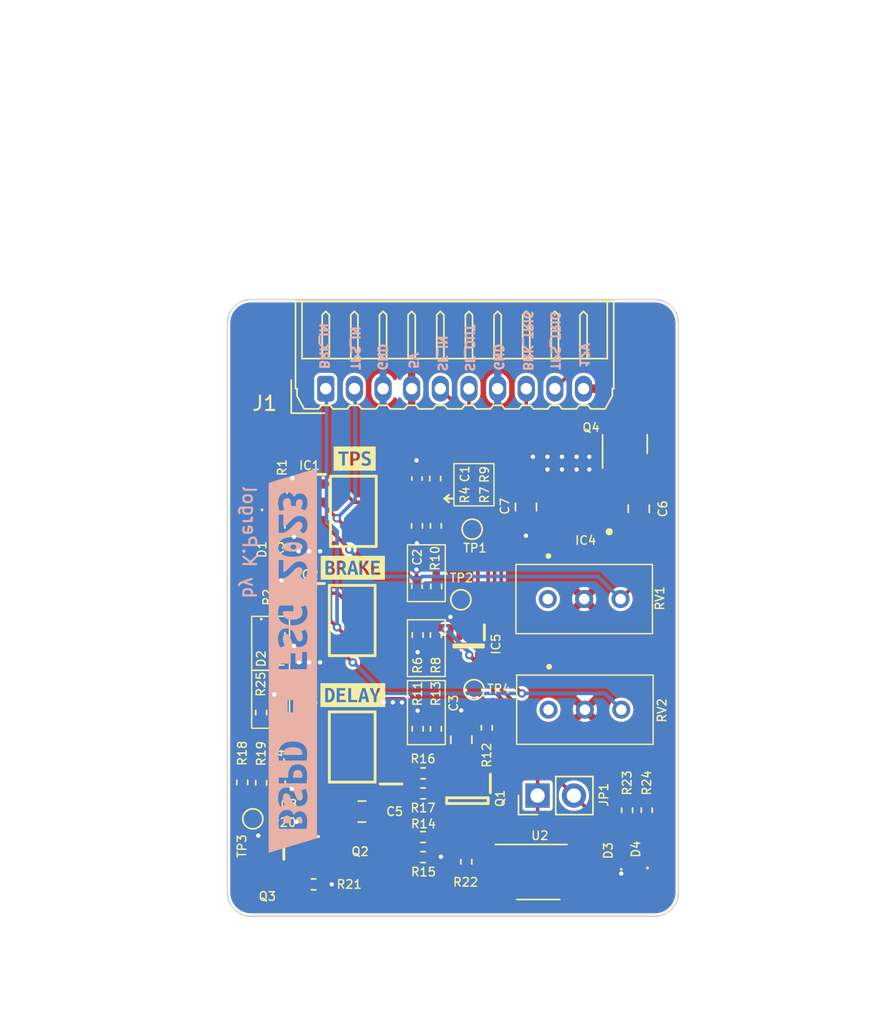
<source format=kicad_pcb>
(kicad_pcb (version 20211014) (generator pcbnew)
  (layers (0 "F.Cu" signal) (31 "B.Cu" signal) (34 "B.Paste" user) (35 "F.Paste" user) (36 "B.SilkS" user "B.Silkscreen") (37 "F.SilkS" user "F.Silkscreen") (38 "B.Mask" user) (39 "F.Mask" user) (44 "Edge.Cuts" user))
  (net 0 "")
  (net 1 "TPS_COMP_OUT")
  (net 2 "TPS_IN")
  (net 3 "GND")
  (net 4 "Net-(IC1-Pad6)")
  (net 5 "+5V")
  (net 6 "BRAKE_COMP_OUT")
  (net 7 "BRAKE_IN")
  (net 8 "+12V")
  (net 9 "SAFETY_IN")
  (net 10 "SAFETY_OUT")
  (net 11 "Net-(C3-Pad1)")
  (net 12 "Net-(C8-Pad2)")
  (net 13 "ERR_CURRENT")
  (net 14 "TPS_TRIG")
  (net 15 "BRAKE_TRIG")
  (net 16 "Net-(IC3-Pad1)")
  (net 17 "Net-(Q1-Pad3)")
  (net 21 "Net-(Q1-Pad1)")
  (net 22 "Net-(IC3-Pad7)")
  (net 23 "Net-(Q2-Pad2)")
  (net 24 "ERR_FINAL")
  (net 25 "Net-(R22-Pad1)")
  (net 26 "INFO_LED")
  (net 27 "/500MS_REF")
  (net 28 "/10s REF")
  (net 29 "/10ms VAL")
  (net 30 "Net-(IC2-Pad6)")
  (net 31 "Net-(C6-Pad1)")
  (net 32 "Net-(D3-Pad2)")
  (net 33 "Net-(D4-Pad2)")
  (footprint "TestPoint:TestPoint_Pad_D1.0mm" (layer "F.Cu") (at 164.6146 113.7666)
    (fp_text reference "TP2")
    (fp_text value "BRK")
  )
  (footprint "Resistor_SMD:R_0402_1005Metric" (layer "F.Cu") (at 149.3492 126.5174 -90)
    (fp_text reference "R18")
    (fp_text value "100")
  )
  (footprint "Resistor_SMD:R_0402_1005Metric" (layer "F.Cu") (at 176.2224 128.4548 90)
    (fp_text reference "R23")
    (fp_text value "152")
  )
  (footprint "Resistor_SMD:R_0402_1005Metric" (layer "F.Cu") (at 161.973 131.7244)
    (fp_text reference "R15")
    (fp_text value "560k")
  )
  (footprint "Capacitor_SMD:C_0805_2012Metric" (layer "F.Cu") (at 157.7058 128.5494 180)
    (fp_text reference "C5")
    (fp_text value "10uF")
  )
  (footprint "Diode_SMD:D_0402_1005Metric" (layer "F.Cu") (at 150.6768 116.2074 -90)
    (fp_text reference "D2")
    (fp_text value "7V")
  )
  (footprint "Resistor_SMD:R_0402_1005Metric" (layer "F.Cu") (at 161.5508 108.6104 90)
    (fp_text reference "R4")
    (fp_text value "10k")
  )
  (footprint "BSPD_07:POT-3296X1223LF" (layer "F.Cu") (at 173.2252 113.7158 -90)
    (fp_text reference "RV1")
    (fp_text value "20k" hide)
  )
  (footprint "kibuzzard-64754577" (layer "F.Cu") (at 157.0708 120.4214)
    (fp_text reference "kibuzzard-64754577" hide)
    (fp_text value "G***" hide)
  )
  (footprint "BSPD_07:SOIC127P600X175-8N" (layer "F.Cu") (at 157.1058 107.5944)
    (fp_text reference "IC1")
    (fp_text value "LM393LVQDRQ1" hide)
  )
  (footprint "Capacitor_SMD:C_0402_1005Metric" (layer "F.Cu") (at 151.9908 126.5174 90)
    (fp_text reference "C4")
    (fp_text value "0.1uF")
  )
  (footprint "Capacitor_SMD:C_0805_2012Metric" (layer "F.Cu") (at 164.6468 123.5354 90)
    (fp_text reference "C3")
    (fp_text value "10u")
  )
  (footprint "Resistor_SMD:R_0402_1005Metric" (layer "F.Cu") (at 151.9468 116.2304 90)
    (fp_text reference "R5")
    (fp_text value "5k-10k")
  )
  (footprint "Resistor_SMD:R_0402_1005Metric" (layer "F.Cu") (at 166.4248 122.7094 90)
    (fp_text reference "R12")
    (fp_text value "39k")
  )
  (footprint "Resistor_SMD:R_0402_1005Metric" (layer "F.Cu") (at 162.8688 108.6104 90)
    (fp_text reference "R7")
    (fp_text value "200k")
  )
  (footprint "Resistor_SMD:R_0402_1005Metric" (layer "F.Cu") (at 154.3276 129.2606 180)
    (fp_text reference "R20")
    (fp_text value "560k")
  )
  (footprint "Diode_SMD:D_0402_1005Metric_Pad0.77x0.64mm_HandSolder" (layer "F.Cu") (at 177.6448 131.2234 90)
    (fp_text reference "D4")
    (fp_text value "LED")
  )
  (footprint "Diode_SMD:D_0402_1005Metric_Pad0.77x0.64mm_HandSolder" (layer "F.Cu") (at 175.816 131.3113 90)
    (fp_text reference "D3")
    (fp_text value "LED")
  )
  (footprint "Resistor_SMD:R_0402_1005Metric" (layer "F.Cu") (at 161.5988 122.7734 90)
    (fp_text reference "R11")
    (fp_text value "100k")
  )
  (footprint "Resistor_SMD:R_0402_1005Metric" (layer "F.Cu") (at 154.3276 133.6294 180)
    (fp_text reference "R21")
    (fp_text value "2-4")
  )
  (footprint "BSPD_07:SOIC127P600X175-8N" (layer "F.Cu") (at 157.0268 115.2144)
    (fp_text reference "IC2")
    (fp_text value "LM393LVQDRQ1" hide)
  )
  (footprint "BSPD_07:SON95P300X300X90-7N-D" (layer "F.Cu") (at 173.0982 107.4166 180)
    (fp_text reference "IC4")
    (fp_text value "LDO40LPU50RY" hide)
  )
  (footprint "Capacitor_SMD:C_0402_1005Metric" (layer "F.Cu") (at 161.548 112.8522 -90)
    (fp_text reference "C2")
    (fp_text value "0.1uF")
  )
  (footprint "Diode_SMD:D_0402_1005Metric" (layer "F.Cu") (at 150.7276 108.583 -90)
    (fp_text reference "D1")
    (fp_text value "7V")
  )
  (footprint "Capacitor_SMD:C_0805_2012Metric" (layer "F.Cu") (at 177.0352 107.4166 -90)
    (fp_text reference "C6")
    (fp_text value "1uF")
  )
  (footprint "Resistor_SMD:R_0402_1005Metric" (layer "F.Cu") (at 162.8208 105.3084 90)
    (fp_text reference "R9")
    (fp_text value "10k")
  )
  (footprint "BSPD_07:SOT65P212X110-5N" (layer "F.Cu") (at 165.1548 116.9924 -90)
    (fp_text reference "IC5")
    (fp_text value "74LVC1G02GW-Q100H" hide)
  )
  (footprint "BSPD_07:SOIC127P600X175-8N" (layer "F.Cu") (at 157.0268 124.0434 180)
    (fp_text reference "IC3")
    (fp_text value "LM393LVQDRQ1" hide)
  )
  (footprint "TestPoint:TestPoint_Pad_D1.0mm" (layer "F.Cu") (at 165.402 108.839)
    (fp_text reference "TP1")
    (fp_text value "TPS")
  )
  (footprint "Package_SO:MFSOP6-4_4.4x3.6mm_P1.27mm" (layer "F.Cu") (at 170.0248 132.7658)
    (fp_text reference "U2")
    (fp_text value "TLP175A / COMUS AB38-Q")
  )
  (footprint "Resistor_SMD:R_0402_1005Metric" (layer "F.Cu") (at 151.94 121.6406 90)
    (fp_text reference "R26")
    (fp_text value "10k")
  )
  (footprint "Resistor_SMD:R_0402_1005Metric" (layer "F.Cu") (at 162.8942 112.8268 90)
    (fp_text reference "R10")
    (fp_text value "10k")
  )
  (footprint "BSPD_07:POT-3296X1223LF" (layer "F.Cu") (at 173.276 121.4374 -90)
    (fp_text reference "RV2")
    (fp_text value "20k" hide)
  )
  (footprint "Resistor_SMD:R_0402_1005Metric" (layer "F.Cu") (at 161.9798 125.8824)
    (fp_text reference "R16")
    (fp_text value "100")
  )
  (footprint "TestPoint:TestPoint_Pad_D1.0mm" (layer "F.Cu") (at 150.0858 129.0574)
    (fp_text reference "TP3")
    (fp_text value "ERR_FINAL")
  )
  (footprint "Resistor_SMD:R_0402_1005Metric" (layer "F.Cu") (at 161.973 130.3274 180)
    (fp_text reference "R14")
    (fp_text value "5")
  )
  (footprint "Resistor_SMD:R_0402_1005Metric" (layer "F.Cu") (at 162.8688 116.2304 90)
    (fp_text reference "R8")
    (fp_text value "200k")
  )
  (footprint "Capacitor_SMD:C_0805_2012Metric" (layer "F.Cu") (at 169.1612 107.2896 -90)
    (fp_text reference "C7")
    (fp_text value "4.7uF")
  )
  (footprint "Resistor_SMD:R_0402_1005Metric" (layer "F.Cu") (at 152.0416 113.5614 -90)
    (fp_text reference "R2")
    (fp_text value "100k")
  )
  (footprint "Resistor_SMD:R_0402_1005Metric" (layer "F.Cu") (at 150.67 126.5428 -90)
    (fp_text reference "R19")
    (fp_text value "10k")
  )
  (footprint "Resistor_SMD:R_0402_1005Metric" (layer "F.Cu") (at 151.9468 108.6084 90)
    (fp_text reference "R3")
    (fp_text value "5k-10k")
  )
  (footprint "Resistor_SMD:R_0402_1005Metric" (layer "F.Cu") (at 164.9956 132.0546 -90)
    (fp_text reference "R22")
    (fp_text value "1k")
  )
  (footprint "Connector_PinHeader_2.54mm:PinHeader_1x02_P2.54mm_Vertical" (layer "F.Cu") (at 169.969 127.4318 90)
    (fp_text reference "JP1")
    (fp_text value "Jumper_2_Open")
  )
  (footprint "kibuzzard-6475455D" (layer "F.Cu") (at 157.1978 103.9114)
    (fp_text reference "kibuzzard-6475455D" hide)
    (fp_text value "G***" hide)
  )
  (footprint "Resistor_SMD:R_0402_1005Metric" (layer "F.Cu") (at 150.67 121.6406 -90)
    (fp_text reference "R25")
    (fp_text value "39k")
  )
  (footprint "Resistor_SMD:R_0402_1005Metric" (layer "F.Cu") (at 152.0924 106.1954 -90)
    (fp_text reference "R1")
    (fp_text value "100k")
  )
  (footprint "TestPoint:TestPoint_Pad_D1.0mm" (layer "F.Cu") (at 165.5358 120.0404)
    (fp_text reference "TP4")
    (fp_text value "CUR")
  )
  (footprint "Resistor_SMD:R_0402_1005Metric" (layer "F.Cu") (at 177.594 128.4548 90)
    (fp_text reference "R24")
    (fp_text value "145")
  )
  (footprint "Resistor_SMD:R_0402_1005Metric" (layer "F.Cu") (at 161.5988 116.2304 90)
    (fp_text reference "R6")
    (fp_text value "10k")
  )
  (footprint "Capacitor_SMD:C_0402_1005Metric" (layer "F.Cu") (at 161.5508 105.3084 -90)
    (fp_text reference "C1")
    (fp_text value "0.1uF")
  )
  (footprint "BSPD_07:SOT95P280X100-6N" (layer "F.Cu") (at 165.0718 127.7874 -90)
    (fp_text reference "Q1")
    (fp_text value "RSQ025P03HZGTR" hide)
  )
  (footprint "kibuzzard-647616BB" (layer "F.Cu") (at 157.0708 111.5314)
    (fp_text reference "kibuzzard-647616BB" hide)
    (fp_text value "G***" hide)
  )
  (footprint "BSPD_07:SOT65P210X100-3N" (layer "F.Cu") (at 151.1018 132.2324 -90)
    (fp_text reference "Q3")
    (fp_text value "RJU002N06FRAT106" hide)
  )
  (footprint "Package_TO_SOT_SMD:SOT-23" (layer "F.Cu") (at 176.07 102.8954 90)
    (fp_text reference "Q4")
    (fp_text value "AO3401A")
  )
  (footprint "Resistor_SMD:R_0402_1005Metric" (layer "F.Cu") (at 162.8688 122.7734 90)
    (fp_text reference "R13")
    (fp_text value "39k")
  )
  (footprint "Capacitor_SMD:C_0402_1005Metric" (layer "F.Cu") (at 154.3276 127.9906)
    (fp_text reference "C8")
    (fp_text value "0.1u")
  )
  (footprint "Resistor_SMD:R_0402_1005Metric" (layer "F.Cu") (at 161.973 127.2794)
    (fp_text reference "R17")
    (fp_text value "10k")
  )
  (footprint "BSPD_07:SOT65P210X100-3N" (layer "F.Cu") (at 155.0388 131.445)
    (fp_text reference "Q2")
    (fp_text value "RJU002N06FRAT106" hide)
  )
  (footprint "Connector_Molex:Molex_Micro-Latch_53254-1070_1x10_P2.00mm_Horizontal" (layer "F.Cu") (at 155.18 99.0346)
    (fp_text reference "J1")
    (fp_text value "Conn_01x10_Male")
  )
  (footprint "kibuzzard-6475F124" (layer "B.Cu") (at 152.8798 118.0084 90)
    (fp_text reference "kibuzzard-6475F124" hide)
    (fp_text value "G***" hide)
  )
  (gr_line (start 163.4716 106.7054) (end 163.7764 106.9594) (layer "F.SilkS") (width 0.15))
  (gr_line (start 163.7764 106.4514) (end 163.4716 106.7054) (layer "F.SilkS") (width 0.15))
  (gr_line (start 164.0812 106.7054) (end 163.4716 106.7054) (layer "F.SilkS") (width 0.15))
  (gr_rect (start 160.8808 109.9312) (end 163.5224 113.8936) (layer "F.SilkS") (width 0.1) (fill none))
  (gr_rect (start 164.132 104.267) (end 166.926 107.2134) (layer "F.SilkS") (width 0.1) (fill none))
  (gr_rect (start 150.0096 114.9223) (end 152.6512 118.6815) (layer "F.SilkS") (width 0.1) (fill none))
  (gr_rect (start 160.8808 119.4054) (end 163.5224 123.8758) (layer "F.SilkS") (width 0.1) (fill none))
  (gr_rect (start 160.8808 115.1636) (end 163.5224 119.126) (layer "F.SilkS") (width 0.1) (fill none))
  (gr_rect (start 150.0096 118.6942) (end 152.6512 122.7328) (layer "F.SilkS") (width 0.1) (fill none))
  (gr_arc (start 148.3078 94.4626) (mid 148.791367 93.295167) (end 149.9588 92.8116) (layer "Edge.Cuts") (width 0.1))
  (gr_arc (start 178.1528 92.8116) (mid 179.320233 93.295167) (end 179.8038 94.4626) (layer "Edge.Cuts") (width 0.1))
  (gr_line (start 178.1528 92.8116) (end 149.9588 92.8116) (layer "Edge.Cuts") (width 0.1))
  (gr_arc (start 179.8038 134.2009) (mid 179.320233 135.368333) (end 178.1528 135.8519) (layer "Edge.Cuts") (width 0.1))
  (gr_arc (start 149.9588 135.8519) (mid 148.791367 135.368333) (end 148.3078 134.2009) (layer "Edge.Cuts") (width 0.1))
  (gr_line (start 149.9588 135.8519) (end 178.1528 135.8519) (layer "Edge.Cuts") (width 0.1))
  (gr_line (start 148.3078 94.4626) (end 148.3078 134.2009) (layer "Edge.Cuts") (width 0.1))
  (gr_line (start 179.8038 94.4626) (end 179.8038 134.2009) (layer "Edge.Cuts") (width 0.1))
  (gr_text "BRK_IN" (at 155.0642 96.0628 270) (layer "B.SilkS") (effects (font (size 0.6 0.6)) (justify mirror)))
  (gr_text "BRK_TRIG" (at 169.2882 95.6818 270) (layer "B.SilkS") (effects (font (size 0.6 0.6)) (justify mirror)))
  (gr_text "by K.Pergol" (at 149.8318 109.7534 -90) (layer "B.SilkS") (effects (font (size 0.9 0.9)) (justify mirror)))
  (gr_text "12V" (at 173.2252 96.6978 270) (layer "B.SilkS") (effects (font (size 0.6 0.6)) (justify mirror)))
  (gr_text "TPS_IN" (at 157.2232 96.1898 270) (layer "B.SilkS") (effects (font (size 0.6 0.6)) (justify mirror)))
  (gr_text "SF_OUT" (at 165.2242 96.1898 270) (layer "B.SilkS") (effects (font (size 0.6 0.6)) (justify mirror)))
  (gr_text "SF_IN" (at 163.3192 96.5708 270) (layer "B.SilkS") (effects (font (size 0.6 0.6)) (justify mirror)))
  (gr_text "GND" (at 159.1282 96.8248 270) (layer "B.SilkS") (effects (font (size 0.6 0.6)) (justify mirror)))
  (gr_text "TPS_TRIG" (at 171.1932 95.6818 270) (layer "B.SilkS") (effects (font (size 0.6 0.6)) (justify mirror)))
  (gr_text "5V" (at 161.2872 97.0788 270) (layer "B.SilkS") (effects (font (size 0.6 0.6)) (justify mirror)))
  (gr_text "GND" (at 167.2562 96.8248 270) (layer "B.SilkS") (effects (font (size 0.6 0.6)) (justify mirror)))
  (segment (start 165.3004 108.839) (end 165.402 108.839) (width 0.254) (layer "F.Cu") (net 1))
  (segment (start 162.7604 105.8788) (end 162.7604 106.6546) (width 0.254) (layer "F.Cu") (net 1))
  (segment (start 154.3948 105.6894) (end 155.8838 105.6894) (width 0.254) (layer "F.Cu") (net 1))
  (segment (start 162.7604 106.6546) (end 163.0652 106.9594) (width 0.254) (layer "F.Cu") (net 1))
  (segment (start 165.8048 109.2418) (end 165.8048 116.0424) (width 0.254) (layer "F.Cu") (net 1))
  (segment (start 162.4048 106.9594) (end 162.7604 106.9594) (width 0.254) (layer "F.Cu") (net 1))
  (segment (start 162.7604 106.6546) (end 162.7604 106.9594) (width 0.254) (layer "F.Cu") (net 1))
  (segment (start 157.1538 106.9594) (end 159.8168 106.9594) (width 0.254) (layer "F.Cu") (net 1))
  (segment (start 163.4208 106.9594) (end 165.3004 108.839) (width 0.254) (layer "F.Cu") (net 1))
  (segment (start 162.7604 106.9594) (end 163.4208 106.9594) (width 0.254) (layer "F.Cu") (net 1))
  (segment (start 162.7604 106.6546) (end 162.4556 106.9594) (width 0.254) (layer "F.Cu") (net 1))
  (segment (start 162.8208 105.8184) (end 162.7604 105.8788) (width 0.254) (layer "F.Cu") (net 1))
  (segment (start 162.4556 106.9594) (end 162.4048 106.9594) (width 0.254) (layer "F.Cu") (net 1))
  (segment (start 165.402 108.839) (end 165.8048 109.2418) (width 0.254) (layer "F.Cu") (net 1))
  (segment (start 159.8168 106.9594) (end 162.4048 106.9594) (width 0.254) (layer "F.Cu") (net 1))
  (segment (start 155.8838 105.6894) (end 157.1538 106.9594) (width 0.254) (layer "F.Cu") (net 1))
  (segment (start 152.3464 106.9594) (end 152.0924 106.7054) (width 0.254) (layer "F.Cu") (net 2))
  (segment (start 150.7276 108.098) (end 150.7276 108.0702) (width 0.254) (layer "F.Cu") (net 2))
  (segment (start 154.3948 106.9594) (end 152.3464 106.9594) (width 0.254) (layer "F.Cu") (net 2))
  (segment (start 157.3738 109.4994) (end 159.8168 109.4994) (width 0.254) (layer "F.Cu") (net 2))
  (segment (start 150.7276 108.0702) (end 152.0924 106.7054) (width 0.254) (layer "F.Cu") (net 2))
  (segment (start 155.9523 108.0779) (end 157.3738 109.4994) (width 0.254) (layer "F.Cu") (net 2))
  (segment (start 154.8338 106.9594) (end 155.9523 108.0779) (width 0.254) (layer "F.Cu") (net 2))
  (via (at 155.9523 108.0779) (size 0.6) (drill 0.3) (layers "F.Cu" "B.Cu") (net 2))
  (segment (start 155.9523 108.0779) (end 157.2336 106.7966) (width 0.254) (layer "B.Cu") (net 2))
  (segment (start 157.2336 106.7966) (end 157.2336 99.0882) (width 0.254) (layer "B.Cu") (net 2))
  (segment (start 157.2336 99.0882) (end 157.18 99.0346) (width 0.254) (layer "B.Cu") (net 2))
  (segment (start 161.592 104.1146) (end 161.592 104.7872) (width 0.254) (layer "F.Cu") (net 3))
  (segment (start 175.816 132.8744) (end 175.816 131.8838) (width 0.254) (layer "F.Cu") (net 3))
  (segment (start 152.9628 109.3724) (end 152.7088 109.1184) (width 0.254) (layer "F.Cu") (net 3))
  (segment (start 150.7276 109.068) (end 151.8964 109.068) (width 0.254) (layer "F.Cu") (net 3))
  (segment (start 154.3948 109.4994) (end 153.0898 109.4994) (width 0.254) (layer "F.Cu") (net 3))
  (segment (start 153.1338 129.2606) (end 153.8176 129.2606) (width 0.254) (layer "F.Cu") (net 3))
  (segment (start 151.94 121.1306) (end 151.94 120.7262) (width 0.254) (layer "F.Cu") (net 3))
  (segment (start 151.94 120.7262) (end 151.5844 120.3706) (width 0.254) (layer "F.Cu") (net 3))
  (segment (start 161.5158 111.6584) (end 161.5158 112.34) (width 0.254) (layer "F.Cu") (net 3))
  (segment (start 152.0856 113.0074) (end 152.0416 113.0514) (width 0.254) (layer "F.Cu") (net 3))
  (segment (start 154.3158 117.1194) (end 153.0898 117.1194) (width 0.254) (layer "F.Cu") (net 3))
  (segment (start 161.5988 117.3158) (end 161.5988 116.7404) (width 0.254) (layer "F.Cu") (net 3))
  (segment (start 150.4518 130.2408) (end 150.4518 131.3324) (width 0.254) (layer "F.Cu") (net 3))
  (segment (start 161.5158 112.34) (end 161.548 112.3722) (width 0.254) (layer "F.Cu") (net 3))
  (segment (start 152.829 105.6854) (end 152.0924 105.6854) (width 0.254) (layer "F.Cu") (net 3))
  (segment (start 163.1942 131.7244) (end 162.483 131.7244) (width 0.254) (layer "F.Cu") (net 3))
  (segment (start 161.592 122.2566) (end 161.5988 122.2634) (width 0.254) (layer "F.Cu") (net 3))
  (segment (start 150.4668 130.2258) (end 150.4518 130.2408) (width 0.254) (layer "F.Cu") (net 3))
  (segment (start 150.6768 116.6924) (end 151.8988 116.6924) (width 0.254) (layer "F.Cu") (net 3))
  (segment (start 161.592 104.7872) (end 161.5508 104.8284) (width 0.254) (layer "F.Cu") (net 3))
  (segment (start 153.0898 109.4994) (end 152.9628 109.3724) (width 0.254) (layer "F.Cu") (net 3))
  (segment (start 152.7088 109.1184) (end 151.9468 109.1184) (width 0.254) (layer "F.Cu") (net 3))
  (segment (start 169.1612 109.2962) (end 169.1612 108.2396) (width 0.254) (layer "F.Cu") (net 3))
  (segment (start 153.0898 117.1194) (end 152.9628 116.9924) (width 0.254) (layer "F.Cu") (net 3))
  (segment (start 161.592 121.5034) (end 161.592 122.2566) (width 0.254) (layer "F.Cu") (net 3))
  (segment (start 152.8036 126.9746) (end 152.7808 126.9974) (width 0.254) (layer "F.Cu") (net 3))
  (segment (start 150.6768 116.6924) (end 150.6768 116.7384) (width 0.254) (layer "F.Cu") (net 3))
  (segment (start 151.8964 109.068) (end 151.9468 109.1184) (width 0.254) (layer "F.Cu") (net 3))
  (segment (start 155.5976 133.6294) (end 154.8376 133.6294) (width 0.254) (layer "F.Cu") (net 3))
  (segment (start 164.5048 115.5804) (end 163.8848 114.9604) (width 0.254) (layer "F.Cu") (net 3))
  (segment (start 161.592 117.3226) (end 161.5988 117.3158) (width 0.254) (layer "F.Cu") (net 3))
  (segment (start 161.5412 109.8296) (end 161.5508 109.82) (width 0.254) (layer "F.Cu") (net 3))
  (segment (start 151.9468 116.7404) (end 152.7108 116.7404) (width 0.254) (layer "F.Cu") (net 3))
  (segment (start 164.6468 121.495) (end 164.6468 122.5854) (width 0.254) (layer "F.Cu") (net 3))
  (segment (start 152.7108 116.7404) (end 152.9628 116.9924) (width 0.254) (layer "F.Cu") (net 3))
  (segment (start 164.5048 116.0424) (end 164.5048 115.5804) (width 0.254) (layer "F.Cu") (net 3))
  (segment (start 164.64 121.4882) (end 164.6468 121.495) (width 0.254) (layer "F.Cu") (net 3))
  (segment (start 152.0856 112.4184) (end 152.0856 113.0074) (width 0.254) (layer "F.Cu") (net 3))
  (segment (start 161.5508 109.82) (end 161.5508 109.1204) (width 0.254) (layer "F.Cu") (net 3))
  (segment (start 152.8544 105.66) (end 152.829 105.6854) (width 0.254) (layer "F.Cu") (net 3))
  (segment (start 152.7808 126.9974) (end 151.9908 126.9974) (width 0.254) (layer "F.Cu") (net 3))
  (segment (start 151.8988 116.6924) (end 151.9468 116.7404) (width 0.254) (layer "F.Cu") (net 3))
  (segment (start 163.2196 131.699) (end 163.1942 131.7244) (width 0.254) (layer "F.Cu") (net 3))
  (via (at 161.592 121.5034) (size 0.6) (drill 0.3) (layers "F.Cu" "B.Cu") (net 3))
  (via (at 154.0228 110.3884) (size 0.6) (drill 0.3) (layers "F.Cu" "B.Cu") (net 3))
  (via (at 153.2862 110.3884) (size 0.6) (drill 0.3) (layers "F.Cu" "B.Cu") (net 3))
  (via (at 160.4998 120.9294) (size 0.6) (drill 0.3) (layers "F.Cu" "B.Cu") (net 3))
  (via (at 152.8544 105.283) (size 0.6) (drill 0.3) (layers "F.Cu" "B.Cu") (net 3))
  (via (at 171.6758 103.7844) (size 0.6) (drill 0.3) (layers "F.Cu" "B.Cu") (net 3))
  (via (at 151.5844 120.3706) (size 0.6) (drill 0.3) (layers "F.Cu" "B.Cu") (net 3))
  (via (at 161.592 117.4242) (size 0.6) (drill 0.3) (layers "F.Cu" "B.Cu") (net 3))
  (via (at 159.2298 120.9294) (size 0.6) (drill 0.3) (layers "F.Cu" "B.Cu") (net 3))
  (via (at 155.5976 133.6294) (size 0.6) (drill 0.3) (layers "F.Cu" "B.Cu") (net 3))
  (via (at 173.5808 104.6734) (size 0.6) (drill 0.3) (layers "F.Cu" "B.Cu") (net 3))
  (via (at 159.8648 120.9294) (size 0.6) (drill 0.3) (layers "F.Cu" "B.Cu") (net 3))
  (via (at 153.3116 118.1354) (size 0.6) (drill 0.3) (layers "F.Cu" "B.Cu") (net 3))
  (via (at 150.4668 130.2258) (size 0.6) (drill 0.3) (layers "F.Cu" "B.Cu") (net 3))
  (via (at 152.8036 126.9746) (size 0.6) (drill 0.3) (layers "F.Cu" "B.Cu") (net 3))
  (via (at 169.1612 109.2962) (size 0.6) (drill 0.3) (layers "F.Cu" "B.Cu") (net 3))
  (via (at 175.816 132.8744) (size 0.6) (drill 0.3) (layers "F.Cu" "B.Cu") (net 3))
  (via (at 169.6438 103.7844) (size 0.6) (drill 0.3) (layers "F.Cu" "B.Cu") (net 3))
  (via (at 152.9628 109.3724) (size 0.6) (drill 0.3) (layers "F.Cu" "B.Cu") (net 3))
  (via (at 154.7848 110.3884) (size 0.6) (drill 0.3) (layers "F.Cu" "B.Cu") (net 3))
  (via (at 172.6918 103.7844) (size 0.6) (drill 0.3) (layers "F.Cu" "B.Cu") (net 3))
  (via (at 172.6918 104.6734) (size 0.6) (drill 0.3) (layers "F.Cu" "B.Cu") (net 3))
  (via (at 153.1338 129.2606) (size 0.6) (drill 0.3) (layers "F.Cu" "B.Cu") (net 3))
  (via (at 173.5808 103.7844) (size 0.6) (drill 0.3) (layers "F.Cu" "B.Cu") (net 3))
  (via (at 152.0856 112.4184) (size 0.6) (drill 0.3) (layers "F.Cu" "B.Cu") (net 3))
  (via (at 163.8848 114.9604) (size 0.6) (drill 0.3) (layers "F.Cu" "B.Cu") (net 3))
  (via (at 154.7848 118.1354) (size 0.6) (drill 0.3) (layers "F.Cu" "B.Cu") (net 3))
  (via (at 154.0228 118.1354) (size 0.6) (drill 0.3) (layers "F.Cu" "B.Cu") (net 3))
  (via (at 161.5412 109.8296) (size 0.6) (drill 0.3) (layers "F.Cu" "B.Cu") (net 3))
  (via (at 161.5158 104.0384) (size 0.6) (drill 0.3) (layers "F.Cu" "B.Cu") (net 3))
  (via (at 170.6598 104.6734) (size 0.6) (drill 0.3) (layers "F.Cu" "B.Cu") (net 3))
  (via (at 152.9628 116.9924) (size 0.6) (drill 0.3) (layers "F.Cu" "B.Cu") (net 3))
  (via (at 161.5158 111.6584) (size 0.6) (drill 0.3) (layers "F.Cu" "B.Cu") (net 3))
  (via (at 164.64 121.4882) (size 0.6) (drill 0.3) (layers "F.Cu" "B.Cu") (net 3))
  (via (at 163.2196 131.699) (size 0.6) (drill 0.3) (layers "F.Cu" "B.Cu") (net 3))
  (via (at 171.6758 104.6734) (size 0.6) (drill 0.3) (layers "F.Cu" "B.Cu") (net 3))
  (via (at 170.6598 103.7844) (size 0.6) (drill 0.3) (layers "F.Cu" "B.Cu") (net 3))
  (segment (start 161.5508 108.1004) (end 161.8488 108.1004) (width 0.254) (layer "F.Cu") (net 4))
  (segment (start 159.8168 108.2294) (end 161.4218 108.2294) (width 0.254) (layer "F.Cu") (net 4))
  (segment (start 161.8488 108.1004) (end 162.8688 109.1204) (width 0.254) (layer "F.Cu") (net 4))
  (segment (start 161.4218 108.2294) (end 161.5508 108.1004) (width 0.254) (layer "F.Cu") (net 4))
  (segment (start 163.5478 115.7986) (end 162.947 115.7986) (width 0.3) (layer "F.Cu") (net 5))
  (segment (start 151.9908 126.0374) (end 154.2268 126.0374) (width 0.254) (layer "F.Cu") (net 5))
  (segment (start 161.548 113.3322) (end 161.8788 113.3322) (width 0.254) (layer "F.Cu") (net 5))
  (segment (start 165.519302 117.9424) (end 165.204302 117.6274) (width 0.3) (layer "F.Cu") (net 5))
  (segment (start 165.8048 117.9424) (end 165.519302 117.9424) (width 0.3) (layer "F.Cu") (net 5))
  (segment (start 161.8788 113.3322) (end 162.8942 112.3168) (width 0.254) (layer "F.Cu") (net 5))
  (segment (start 169.1612 106.3396) (end 169.2984 106.4768) (width 0.254) (layer "F.Cu") (net 5))
  (segment (start 159.7378 113.3094) (end 161.5252 113.3094) (width 0.254) (layer "F.Cu") (net 5))
  (segment (start 154.2268 126.0374) (end 154.3158 125.9484) (width 0.254) (layer "F.Cu") (net 5))
  (segment (start 171.6482 106.6016) (end 171.6482 107.4166) (width 0.254) (layer "F.Cu") (net 5))
  (segment (start 169.2984 106.4768) (end 171.5234 106.4768) (width 0.254) (layer "F.Cu") (net 5))
  (segment (start 171.5234 106.4768) (end 171.6482 106.6016) (width 0.254) (layer "F.Cu") (net 5))
  (segment (start 162.947 115.7986) (end 162.8688 115.7204) (width 0.3) (layer "F.Cu") (net 5))
  (segment (start 161.5252 113.3094) (end 161.548 113.3322) (width 0.254) (layer "F.Cu") (net 5))
  (via (at 165.204302 117.6274) (size 0.6) (drill 0.3) (layers "F.Cu" "B.Cu") (net 5))
  (via (at 163.5478 115.7986) (size 0.6) (drill 0.3) (layers "F.Cu" "B.Cu") (net 5))
  (segment (start 165.204302 117.455102) (end 163.5478 115.7986) (width 0.3) (layer "B.Cu") (net 5))
  (segment (start 165.204302 117.6274) (end 165.204302 117.455102) (width 0.3) (layer "B.Cu") (net 5))
  (segment (start 162.8942 113.9512) (end 162.7096 114.1358) (width 0.254) (layer "F.Cu") (net 6))
  (segment (start 161.2872 114.5794) (end 159.7378 114.5794) (width 0.254) (layer "F.Cu") (net 6))
  (segment (start 162.9636 114.2238) (end 163.2176 114.2238) (width 0.254) (layer "F.Cu") (net 6))
  (segment (start 164.1134 114.2238) (end 164.6468 113.6904) (width 0.254) (layer "F.Cu") (net 6))
  (segment (start 154.3158 113.3094) (end 156.0294 113.3094) (width 0.254) (layer "F.Cu") (net 6))
  (segment (start 163.1668 114.2238) (end 163.2176 114.2238) (width 0.254) (layer "F.Cu") (net 6))
  (segment (start 165.1548 114.1984) (end 164.6468 113.6904) (width 0.254) (layer "F.Cu") (net 6))
  (segment (start 162.7096 114.2238) (end 162.9636 114.2238) (width 0.254) (layer "F.Cu") (net 6))
  (segment (start 156.0294 113.3094) (end 157.2994 114.5794) (width 0.254) (layer "F.Cu") (net 6))
  (segment (start 162.7096 114.2238) (end 161.6428 114.2238) (width 0.254) (layer "F.Cu") (net 6))
  (segment (start 161.6428 114.2238) (end 161.2872 114.5794) (width 0.254) (layer "F.Cu") (net 6))
  (segment (start 163.3192 114.2238) (end 164.1134 114.2238) (width 0.254) (layer "F.Cu") (net 6))
  (segment (start 162.8942 113.3368) (end 162.8942 113.9512) (width 0.254) (layer "F.Cu") (net 6))
  (segment (start 165.1548 116.0424) (end 165.1548 114.1984) (width 0.254) (layer "F.Cu") (net 6))
  (segment (start 162.7096 114.1358) (end 162.7096 114.2238) (width 0.254) (layer "F.Cu") (net 6))
  (segment (start 163.2176 114.2238) (end 163.3192 114.2238) (width 0.254) (layer "F.Cu") (net 6))
  (segment (start 157.2994 114.5794) (end 159.7378 114.5794) (width 0.254) (layer "F.Cu") (net 6))
  (segment (start 162.8942 113.9512) (end 163.1668 114.2238) (width 0.254) (layer "F.Cu") (net 6))
  (segment (start 163.2176 114.2238) (end 163.0788 114.2238) (width 0.254) (layer "F.Cu") (net 6))
  (segment (start 162.8942 114.1544) (end 162.9636 114.2238) (width 0.254) (layer "F.Cu") (net 6))
  (segment (start 154.8678 114.5794) (end 155.9693 115.6809) (width 0.254) (layer "F.Cu") (net 7))
  (segment (start 152.5496 114.5794) (end 152.0416 114.0714) (width 0.254) (layer "F.Cu") (net 7))
  (segment (start 154.3158 114.5794) (end 154.8678 114.5794) (width 0.254) (layer "F.Cu") (net 7))
  (segment (start 152.0416 114.0714) (end 150.6768 115.4362) (width 0.254) (layer "F.Cu") (net 7))
  (segment (start 154.3158 114.5794) (end 152.5496 114.5794) (width 0.254) (layer "F.Cu") (net 7))
  (segment (start 150.6768 115.7224) (end 150.6768 115.3854) (width 0.254) (layer "F.Cu") (net 7))
  (segment (start 155.9693 115.6809) (end 157.4078 117.1194) (width 0.254) (layer "F.Cu") (net 7))
  (segment (start 150.6768 115.4362) (end 150.6768 115.7224) (width 0.254) (layer "F.Cu") (net 7))
  (segment (start 157.4078 117.1194) (end 159.7378 117.1194) (width 0.254) (layer "F.Cu") (net 7))
  (via (at 155.9693 115.6809) (size 0.6) (drill 0.3) (layers "F.Cu" "B.Cu") (net 7))
  (segment (start 155.2336 108.245912) (end 155.2336 99.0882) (width 0.254) (layer "B.Cu") (net 7))
  (segment (start 155.9693 115.6809) (end 155.9693 108.981612) (width 0.254) (layer "B.Cu") (net 7))
  (segment (start 155.2336 99.0882) (end 155.18 99.0346) (width 0.254) (layer "B.Cu") (net 7))
  (segment (start 155.9693 108.981612) (end 155.2336 108.245912) (width 0.254) (layer "B.Cu") (net 7))
  (segment (start 176.07 101.9579) (end 176.07 100.9142) (width 0.6) (layer "F.Cu") (net 8))
  (segment (start 174.1904 99.0346) (end 173.18 99.0346) (width 0.6) (layer "F.Cu") (net 8))
  (segment (start 176.07 100.9142) (end 174.1904 99.0346) (width 0.6) (layer "F.Cu") (net 8))
  (segment (start 169.969 127.4318) (end 169.969 128.7476) (width 0.254) (layer "F.Cu") (net 9))
  (segment (start 169.969 127.4318) (end 169.969 123.192052) (width 0.254) (layer "F.Cu") (net 9))
  (segment (start 166.5196 119.742652) (end 166.5196 102.3742) (width 0.254) (layer "F.Cu") (net 9))
  (segment (start 169.969 123.192052) (end 166.5196 119.742652) (width 0.254) (layer "F.Cu") (net 9))
  (segment (start 169.969 128.7476) (end 172.7172 131.4958) (width 0.254) (layer "F.Cu") (net 9))
  (segment (start 166.5196 102.3742) (end 163.18 99.0346) (width 0.254) (layer "F.Cu") (net 9))
  (segment (start 172.7172 131.4958) (end 173.1748 131.4958) (width 0.254) (layer "F.Cu") (net 9))
  (segment (start 170.423 123.004) (end 170.423 125.3408) (width 0.254) (layer "F.Cu") (net 10))
  (segment (start 166.9736 119.5546) (end 170.423 123.004) (width 0.254) (layer "F.Cu") (net 10))
  (segment (start 172.509 127.4318) (end 174.292 129.2148) (width 0.254) (layer "F.Cu") (net 10))
  (segment (start 165.18 99.0346) (end 165.18 100.392548) (width 0.254) (layer "F.Cu") (net 10))
  (segment (start 174.292 132.9186) (end 173.1748 134.0358) (width 0.254) (layer "F.Cu") (net 10))
  (segment (start 174.292 129.2148) (end 174.292 132.9186) (width 0.254) (layer "F.Cu") (net 10))
  (segment (start 172.509 127.4268) (end 172.509 127.4318) (width 0.254) (layer "F.Cu") (net 10))
  (segment (start 170.423 125.3408) (end 172.509 127.4268) (width 0.254) (layer "F.Cu") (net 10))
  (segment (start 165.18 100.392548) (end 166.9736 102.186148) (width 0.254) (layer "F.Cu") (net 10))
  (segment (start 166.9736 102.186148) (end 166.9736 119.5546) (width 0.254) (layer "F.Cu") (net 10))
  (segment (start 165.1588 124.4854) (end 166.4248 123.2194) (width 0.254) (layer "F.Cu") (net 11))
  (segment (start 159.7378 124.6784) (end 164.4538 124.6784) (width 0.254) (layer "F.Cu") (net 11))
  (segment (start 165.2228 124.4854) (end 164.6468 124.4854) (width 0.254) (layer "F.Cu") (net 11))
  (segment (start 164.4538 124.6784) (end 164.6468 124.4854) (width 0.254) (layer "F.Cu") (net 11))
  (segment (start 164.6468 124.4854) (end 165.1588 124.4854) (width 0.254) (layer "F.Cu") (net 11))
  (segment (start 154.8076 129.2306) (end 154.8376 129.2606) (width 0.254) (layer "F.Cu") (net 12))
  (segment (start 154.8376 130.0962) (end 154.1388 130.795) (width 0.254) (layer "F.Cu") (net 12))
  (segment (start 154.8076 127.9906) (end 154.8076 129.2306) (width 0.254) (layer "F.Cu") (net 12))
  (segment (start 154.8376 129.2606) (end 154.8376 130.0962) (width 0.254) (layer "F.Cu") (net 12))
  (segment (start 165.5358 120.0404) (end 166.4248 120.9294) (width 0.254) (layer "F.Cu") (net 13))
  (segment (start 164.5048 119.0094) (end 165.5358 120.0404) (width 0.254) (layer "F.Cu") (net 13))
  (segment (start 166.4248 120.9294) (end 166.4248 122.1994) (width 0.254) (layer "F.Cu") (net 13))
  (segment (start 164.5048 117.9424) (end 164.5048 119.0094) (width 0.254) (layer "F.Cu") (net 13))
  (segment (start 156.8168 110.2124) (end 154.8338 108.2294) (width 0.254) (layer "F.Cu") (net 14))
  (segment (start 178.4608 100.7142) (end 175.5542 97.8076) (width 0.254) (layer "F.Cu") (net 14))
  (segment (start 156.8168 110.2614) (end 156.8168 110.2124) (width 0.254) (layer "F.Cu") (net 14))
  (segment (start 175.5542 97.8076) (end 172.407 97.8076) (width 0.254) (layer "F.Cu") (net 14))
  (segment (start 154.8338 108.2294) (end 154.3948 108.2294) (width 0.254) (layer "F.Cu") (net 14))
  (segment (start 152.0778 108.2294) (end 154.3948 108.2294) (width 0.254) (layer "F.Cu") (net 14))
  (segment (start 172.407 97.8076) (end 171.18 99.0346) (width 0.254) (layer "F.Cu") (net 14))
  (segment (start 178.4608 100.7142) (end 178.4608 111.0202) (width 0.254) (layer "F.Cu") (net 14))
  (segment (start 178.4608 111.0202) (end 175.7652 113.7158) (width 0.254) (layer "F.Cu") (net 14))
  (segment (start 151.9468 108.0984) (end 152.0778 108.2294) (width 0.254) (layer "F.Cu") (net 14))
  (via (at 156.8168 110.2614) (size 0.6) (drill 0.3) (layers "F.Cu" "B.Cu") (net 14))
  (segment (start 161.256088 112.2854) (end 161.775512 112.2854) (width 0.254) (layer "B.Cu") (net 14))
  (segment (start 158.6964 112.141) (end 161.111688 112.141) (width 0.254) (layer "B.Cu") (net 14))
  (segment (start 156.8168 110.2614) (end 158.6964 112.141) (width 0.254) (layer "B.Cu") (net 14))
  (segment (start 161.111688 112.141) (end 161.256088 112.2854) (width 0.254) (layer "B.Cu") (net 14))
  (segment (start 174.1904 112.141) (end 175.7652 113.7158) (width 0.254) (layer "B.Cu") (net 14))
  (segment (start 161.775512 112.2854) (end 161.919912 112.141) (width 0.254) (layer "B.Cu") (net 14))
  (segment (start 161.919912 112.141) (end 174.1904 112.141) (width 0.254) (layer "B.Cu") (net 14))
  (segment (start 167.4276 118.8562) (end 167.4276 102.1398) (width 0.254) (layer "F.Cu") (net 15))
  (segment (start 168.8738 120.3024) (end 167.4276 118.8562) (width 0.254) (layer "F.Cu") (net 15))
  (segment (start 167.4276 102.1398) (end 169.18 100.3874) (width 0.254) (layer "F.Cu") (net 15))
  (segment (start 152.0758 115.8494) (end 154.3158 115.8494) (width 0.254) (layer "F.Cu") (net 15))
  (segment (start 157.0408 118.1354) (end 154.7548 115.8494) (width 0.254) (layer "F.Cu") (net 15))
  (segment (start 157.0708 118.1354) (end 157.0408 118.1354) (width 0.254) (layer "F.Cu") (net 15))
  (segment (start 169.18 100.3874) (end 169.18 99.0346) (width 0.254) (layer "F.Cu") (net 15))
  (segment (start 154.7548 115.8494) (end 154.3158 115.8494) (width 0.254) (layer "F.Cu") (net 15))
  (segment (start 151.9468 115.7204) (end 152.0758 115.8494) (width 0.254) (layer "F.Cu") (net 15))
  (via (at 168.8738 120.3024) (size 0.6) (drill 0.3) (layers "F.Cu" "B.Cu") (net 15))
  (via (at 157.0708 118.1354) (size 0.6) (drill 0.3) (layers "F.Cu" "B.Cu") (net 15))
  (segment (start 157.0708 118.1354) (end 157.1216 118.1354) (width 0.254) (layer "B.Cu") (net 15))
  (segment (start 174.681 120.3024) (end 175.816 121.4374) (width 0.254) (layer "B.Cu") (net 15))
  (segment (start 168.8738 120.3024) (end 174.681 120.3024) (width 0.254) (layer "B.Cu") (net 15))
  (segment (start 157.1216 118.1354) (end 159.2886 120.3024) (width 0.254) (layer "B.Cu") (net 15))
  (segment (start 159.2886 120.3024) (end 168.8738 120.3024) (width 0.254) (layer "B.Cu") (net 15))
  (segment (start 159.7378 125.9484) (end 161.4038 125.9484) (width 0.254) (layer "F.Cu") (net 16))
  (segment (start 161.4698 127.2726) (end 161.463 127.2794) (width 0.254) (layer "F.Cu") (net 16))
  (segment (start 161.4698 125.8824) (end 161.4698 127.2726) (width 0.254) (layer "F.Cu") (net 16))
  (segment (start 163.4168 125.8824) (end 164.1218 126.5874) (width 0.254) (layer "F.Cu") (net 17))
  (segment (start 162.4898 125.8824) (end 163.4168 125.8824) (width 0.254) (layer "F.Cu") (net 17))
  (segment (start 165.0718 129.6887) (end 165.0718 128.9874) (width 0.254) (layer "F.Cu") (net 21))
  (segment (start 162.483 130.3274) (end 164.4331 130.3274) (width 0.254) (layer "F.Cu") (net 21))
  (segment (start 166.0218 126.5874) (end 166.0218 128.9874) (width 0.254) (layer "F.Cu") (net 21))
  (segment (start 164.4331 130.3274) (end 165.0718 129.6887) (width 0.254) (layer "F.Cu") (net 21))
  (segment (start 165.0718 128.9874) (end 166.0218 128.9874) (width 0.254) (layer "F.Cu") (net 21))
  (segment (start 165.0718 126.5874) (end 166.0218 126.5874) (width 0.254) (layer "F.Cu") (net 21))
  (segment (start 150.67 126.0328) (end 150.8752 126.0328) (width 0.254) (layer "F.Cu") (net 22))
  (segment (start 149.3492 126.0074) (end 150.6446 126.0074) (width 0.254) (layer "F.Cu") (net 22))
  (segment (start 150.8752 126.0328) (end 152.2296 124.6784) (width 0.254) (layer "F.Cu") (net 22))
  (segment (start 150.6446 126.0074) (end 150.67 126.0328) (width 0.254) (layer "F.Cu") (net 22))
  (segment (start 152.2296 124.6784) (end 154.3158 124.6784) (width 0.254) (layer "F.Cu") (net 22))
  (segment (start 154.1388 132.095) (end 153.8176 132.4162) (width 0.254) (layer "F.Cu") (net 23))
  (segment (start 153.8176 132.4162) (end 153.8176 133.6294) (width 0.254) (layer "F.Cu") (net 23))
  (segment (start 149.3492 127.0274) (end 149.3492 128.3208) (width 0.254) (layer "F.Cu") (net 24))
  (segment (start 150.0858 129.0574) (end 150.185112 129.0574) (width 0.254) (layer "F.Cu") (net 24))
  (segment (start 149.3492 128.3208) (end 150.0858 129.0574) (width 0.254) (layer "F.Cu") (net 24))
  (segment (start 150.185112 129.0574) (end 151.7518 130.624088) (width 0.254) (layer "F.Cu") (net 24))
  (segment (start 151.7518 130.624088) (end 151.7518 131.3324) (width 0.254) (layer "F.Cu") (net 24))
  (segment (start 164.9956 131.5446) (end 166.826 131.5446) (width 0.254) (layer "F.Cu") (net 25))
  (segment (start 166.826 131.5446) (end 166.8748 131.4958) (width 0.254) (layer "F.Cu") (net 25))
  (segment (start 177.6448 133.0832) (end 177.6448 131.7959) (width 0.254) (layer "F.Cu") (net 26))
  (segment (start 164.4692 134.7652) (end 165.1986 134.0358) (width 0.254) (layer "F.Cu") (net 26))
  (segment (start 151.1018 133.1324) (end 151.1018 133.8944) (width 0.254) (layer "F.Cu") (net 26))
  (segment (start 165.1986 134.0358) (end 166.8748 134.0358) (width 0.254) (layer "F.Cu") (net 26))
  (segment (start 151.1018 133.8944) (end 151.9726 134.7652) (width 0.254) (layer "F.Cu") (net 26))
  (segment (start 168.0815 134.0358) (end 166.8748 134.0358) (width 0.254) (layer "F.Cu") (net 26))
  (segment (start 175.9652 134.7628) (end 168.8085 134.7628) (width 0.254) (layer "F.Cu") (net 26))
  (segment (start 177.6448 133.0832) (end 175.9652 134.7628) (width 0.254) (layer "F.Cu") (net 26))
  (segment (start 151.9726 134.7652) (end 164.4692 134.7652) (width 0.254) (layer "F.Cu") (net 26))
  (segment (start 168.8085 134.7628) (end 168.0815 134.0358) (width 0.254) (layer "F.Cu") (net 26))
  (segment (start 162.7438 123.4084) (end 162.8688 123.2834) (width 0.254) (layer "F.Cu") (net 27))
  (segment (start 159.7378 123.4084) (end 162.7438 123.4084) (width 0.254) (layer "F.Cu") (net 27))
  (segment (start 150.6822 122.1384) (end 154.3158 122.1384) (width 0.254) (layer "F.Cu") (net 28))
  (segment (start 150.67 122.1506) (end 150.6822 122.1384) (width 0.254) (layer "F.Cu") (net 28))
  (segment (start 154.3158 123.4084) (end 155.1048 123.4084) (width 0.254) (layer "F.Cu") (net 29))
  (segment (start 161.463 130.3274) (end 158.5338 130.3274) (width 0.254) (layer "F.Cu") (net 29))
  (segment (start 158.5338 130.3274) (end 156.7558 128.5494) (width 0.254) (layer "F.Cu") (net 29))
  (segment (start 155.9532 131.4306) (end 155.9388 131.445) (width 0.254) (layer "F.Cu") (net 29))
  (segment (start 155.9532 129.352) (end 155.9532 131.4306) (width 0.254) (layer "F.Cu") (net 29))
  (segment (start 155.1048 123.4084) (end 156.7558 125.0594) (width 0.254) (layer "F.Cu") (net 29))
  (segment (start 156.7558 128.5494) (end 155.9532 129.352) (width 0.254) (layer "F.Cu") (net 29))
  (segment (start 161.463 131.7244) (end 161.463 130.3274) (width 0.254) (layer "F.Cu") (net 29))
  (segment (start 156.7558 125.0594) (end 156.7558 128.5494) (width 0.254) (layer "F.Cu") (net 29))
  (segment (start 161.8488 115.7204) (end 162.8688 116.7404) (width 0.254) (layer "F.Cu") (net 30))
  (segment (start 159.7378 115.8494) (end 161.4698 115.8494) (width 0.254) (layer "F.Cu") (net 30))
  (segment (start 161.5988 115.7204) (end 161.8488 115.7204) (width 0.254) (layer "F.Cu") (net 30))
  (segment (start 161.4698 115.8494) (end 161.5988 115.7204) (width 0.254) (layer "F.Cu") (net 30))
  (segment (start 175.816 130.7388) (end 175.816 129.3712) (width 0.254) (layer "F.Cu") (net 32))
  (segment (start 175.816 129.3712) (end 176.2224 128.9648) (width 0.254) (layer "F.Cu") (net 32))
  (segment (start 177.6448 130.6509) (end 177.6448 129.0156) (width 0.254) (layer "F.Cu") (net 33))
  (segment (start 177.6448 129.0156) (end 177.594 128.9648) (width 0.254) (layer "F.Cu") (net 33))
  (zone (net 31) (net_name "Net-(C6-Pad1)") (layer "F.Cu") (priority 3) (connect_pads yes (clearance 0.25)) (min_thickness 0.254) (fill yes (thermal_gap 0.508) (thermal_bridge_width 0.508))
    (polygon (pts (xy 178.0512 107.6198) (xy 174.1396 107.6198) (xy 174.1396 105.6894) (xy 176.451 105.6894) (xy 176.451 102.8954) (xy 178.0512 102.8954)))
  )
  (zone (net 3) (net_name "GND") (layer "F.Cu") (priority 1) (connect_pads yes (clearance 0.25)) (min_thickness 0.254) (fill yes (thermal_gap 0.508) (thermal_bridge_width 0.508))
    (polygon (pts (xy 171.8536 103.0224) (xy 175.6128 103.0224) (xy 175.6128 105.1814) (xy 173.9364 105.1814) (xy 173.9364 108.0516) (xy 177.9496 108.0516) (xy 177.9496 108.8136) (xy 172.3616 108.8136) (xy 172.3616 105.8926) (xy 169.212 104.521) (xy 169.212 103.0224)))
  )
  (zone (net 3) (net_name "GND") (layer "F.Cu") (priority 1) (connect_pads yes (clearance 0.308)) (min_thickness 0.254) (fill yes (thermal_gap 0.508) (thermal_bridge_width 0.508))
    (polygon (pts (xy 155.2928 108.9914) (xy 155.2928 110.7694) (xy 152.8798 110.7694) (xy 152.8798 110.0074) (xy 152.4988 109.3724) (xy 150.2128 109.3724) (xy 150.2128 108.7374) (xy 155.0388 108.7374)))
  )
  (zone (net 3) (net_name "GND") (layer "F.Cu") (priority 1) (connect_pads yes (clearance 0.308)) (min_thickness 0.254) (fill yes (thermal_gap 0.508) (thermal_bridge_width 0.508))
    (polygon (pts (xy 160.7538 121.1834) (xy 162.1508 121.1834) (xy 162.1508 122.5804) (xy 158.8488 122.5804) (xy 158.8488 120.5484) (xy 160.7538 120.5484)))
  )
  (zone (net 5) (net_name "+5V") (layer "F.Cu") (connect_pads (clearance 0.208)) (min_thickness 0.254) (fill yes (thermal_gap 0.508) (thermal_bridge_width 0.508))
    (polygon (pts (xy 193.3928 71.9074) (xy 193.3928 143.383) (xy 132.4328 143.2814) (xy 132.4328 71.9074)))
  )
  (zone (net 3) (net_name "GND") (layer "F.Cu") (priority 1) (connect_pads yes (clearance 0.308)) (min_thickness 0.254) (fill yes (thermal_gap 0.508) (thermal_bridge_width 0.508))
    (polygon (pts (xy 155.2928 116.7384) (xy 155.2928 118.5164) (xy 152.8798 118.5164) (xy 152.8798 117.6274) (xy 152.4988 117.1194) (xy 150.2128 117.1194) (xy 150.2128 116.4844) (xy 155.0388 116.4844)))
  )
  (zone (net 3) (net_name "GND") (layer "B.Cu") (connect_pads (clearance 0.208)) (min_thickness 0.254) (fill yes (thermal_gap 0.508) (thermal_bridge_width 0.508))
    (polygon (pts (xy 193.3928 143.0274) (xy 132.4328 143.0274) (xy 132.4328 71.9074) (xy 193.3928 71.9074)))
  )
)
</source>
